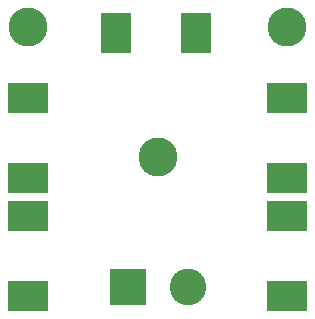
<source format=gts>
G04 #@! TF.GenerationSoftware,KiCad,Pcbnew,6.0.9-8da3e8f707~116~ubuntu20.04.1*
G04 #@! TF.CreationDate,2023-03-23T19:36:49+00:00*
G04 #@! TF.ProjectId,LEC001021,4c454330-3031-4303-9231-2e6b69636164,rev?*
G04 #@! TF.SameCoordinates,Original*
G04 #@! TF.FileFunction,Soldermask,Top*
G04 #@! TF.FilePolarity,Negative*
%FSLAX46Y46*%
G04 Gerber Fmt 4.6, Leading zero omitted, Abs format (unit mm)*
G04 Created by KiCad (PCBNEW 6.0.9-8da3e8f707~116~ubuntu20.04.1) date 2023-03-23 19:36:49*
%MOMM*%
%LPD*%
G01*
G04 APERTURE LIST*
G04 Aperture macros list*
%AMRoundRect*
0 Rectangle with rounded corners*
0 $1 Rounding radius*
0 $2 $3 $4 $5 $6 $7 $8 $9 X,Y pos of 4 corners*
0 Add a 4 corners polygon primitive as box body*
4,1,4,$2,$3,$4,$5,$6,$7,$8,$9,$2,$3,0*
0 Add four circle primitives for the rounded corners*
1,1,$1+$1,$2,$3*
1,1,$1+$1,$4,$5*
1,1,$1+$1,$6,$7*
1,1,$1+$1,$8,$9*
0 Add four rect primitives between the rounded corners*
20,1,$1+$1,$2,$3,$4,$5,0*
20,1,$1+$1,$4,$5,$6,$7,0*
20,1,$1+$1,$6,$7,$8,$9,0*
20,1,$1+$1,$8,$9,$2,$3,0*%
G04 Aperture macros list end*
%ADD10C,3.302000*%
%ADD11RoundRect,0.051000X-1.500000X-1.500000X1.500000X-1.500000X1.500000X1.500000X-1.500000X1.500000X0*%
%ADD12C,3.102000*%
%ADD13RoundRect,0.051000X1.650000X1.250000X-1.650000X1.250000X-1.650000X-1.250000X1.650000X-1.250000X0*%
%ADD14RoundRect,0.051000X1.250000X-1.650000X1.250000X1.650000X-1.250000X1.650000X-1.250000X-1.650000X0*%
%ADD15RoundRect,0.051000X-1.650000X-1.250000X1.650000X-1.250000X1.650000X1.250000X-1.650000X1.250000X0*%
G04 APERTURE END LIST*
D10*
G04 #@! TO.C,H2*
X4000000Y-4000000D03*
G04 #@! TD*
D11*
G04 #@! TO.C,J1*
X12500000Y-26000000D03*
D12*
X17580000Y-26000000D03*
G04 #@! TD*
D13*
G04 #@! TO.C,D1*
X4000000Y-26800000D03*
X4000000Y-20000000D03*
G04 #@! TD*
G04 #@! TO.C,D2*
X4000000Y-16800000D03*
X4000000Y-10000000D03*
G04 #@! TD*
D14*
G04 #@! TO.C,D4*
X11500000Y-4500000D03*
X18300000Y-4500000D03*
G04 #@! TD*
D15*
G04 #@! TO.C,D5*
X26000000Y-10000000D03*
X26000000Y-16800000D03*
G04 #@! TD*
G04 #@! TO.C,D3*
X26000000Y-20000000D03*
X26000000Y-26800000D03*
G04 #@! TD*
D10*
G04 #@! TO.C,H3*
X26000000Y-4000000D03*
G04 #@! TD*
G04 #@! TO.C,H1*
X15000000Y-15000000D03*
G04 #@! TD*
M02*

</source>
